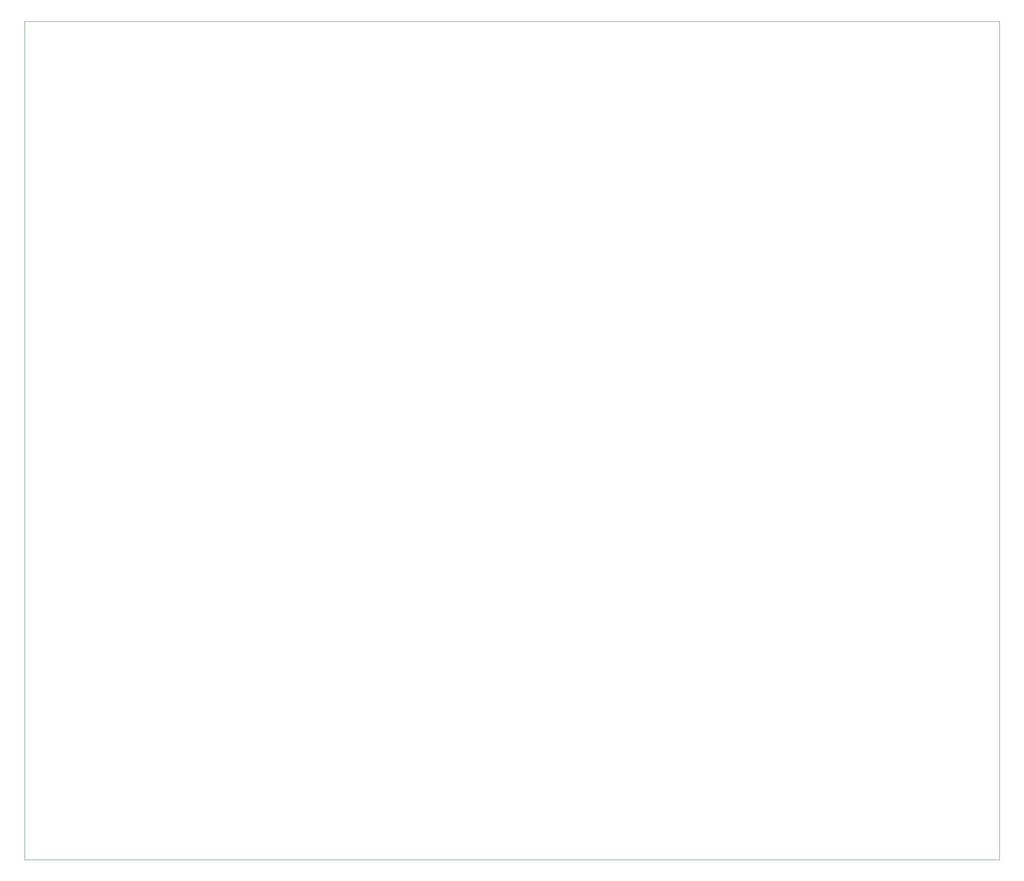
<source format=gm1>
G04 #@! TF.GenerationSoftware,KiCad,Pcbnew,(5.1.10-1-10_14)*
G04 #@! TF.CreationDate,2022-06-07T22:38:41-07:00*
G04 #@! TF.ProjectId,Control_Boards,436f6e74-726f-46c5-9f42-6f617264732e,rev?*
G04 #@! TF.SameCoordinates,Original*
G04 #@! TF.FileFunction,Profile,NP*
%FSLAX46Y46*%
G04 Gerber Fmt 4.6, Leading zero omitted, Abs format (unit mm)*
G04 Created by KiCad (PCBNEW (5.1.10-1-10_14)) date 2022-06-07 22:38:41*
%MOMM*%
%LPD*%
G01*
G04 APERTURE LIST*
G04 #@! TA.AperFunction,Profile*
%ADD10C,0.100000*%
G04 #@! TD*
G04 APERTURE END LIST*
D10*
X221107000Y-16410000D02*
X221107000Y-172720000D01*
X39524000Y-16410000D02*
X221107000Y-16410000D01*
X39524000Y-172720000D02*
X39524000Y-16410000D01*
X221107000Y-172720000D02*
X39524000Y-172720000D01*
M02*

</source>
